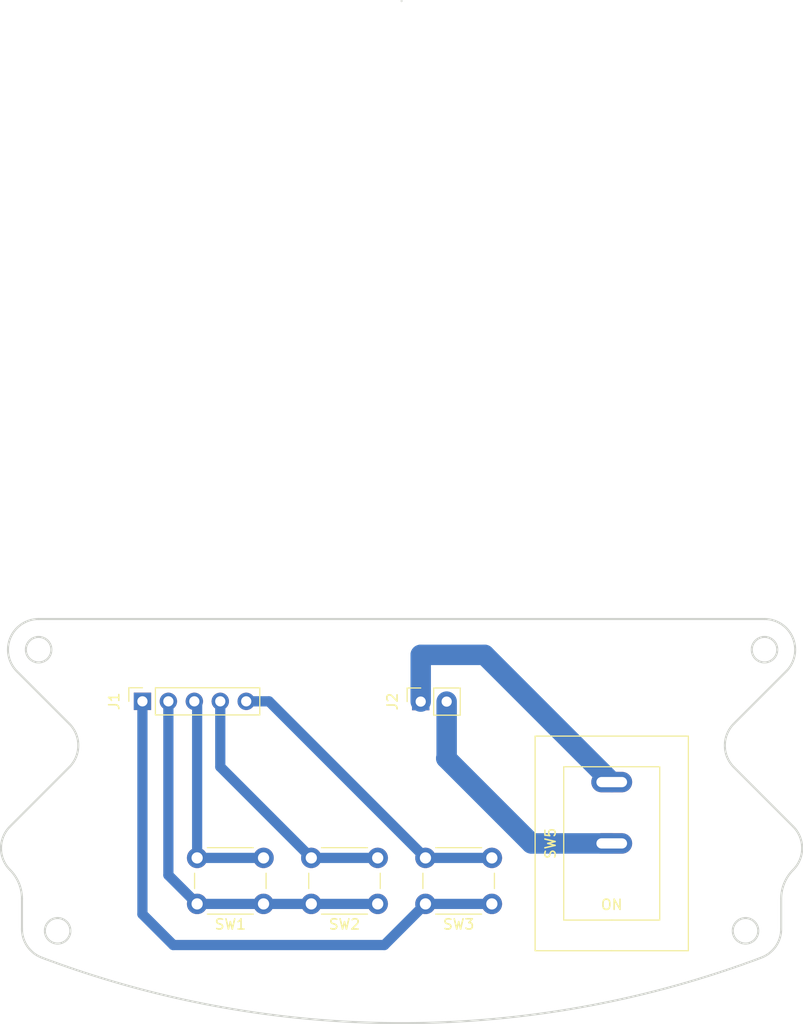
<source format=kicad_pcb>
(kicad_pcb (version 20211014) (generator pcbnew)
  (layers (0 "F.Cu" signal) (31 "B.Cu" signal) (34 "B.Paste" user) (35 "F.Paste" user) (36 "B.SilkS" user "B.Silkscreen") (37 "F.SilkS" user "F.Silkscreen") (38 "B.Mask" user) (39 "F.Mask" user) (44 "Edge.Cuts" user))
  (net 0 "")
  (net 1 "SW1")
  (net 2 "GND")
  (net 3 "SW2")
  (net 4 "SW3")
  (net 5 "+5V")
  (net 6 "+7.5V")
  (footprint "Button_Switch_THT:SW_PUSH_6mm" (layer "F.Cu") (at 163.27 75.927 180)
    (fp_text reference "SW3" (at 3.25 -2) (layer "F.SilkS"))
    (fp_text value "SW_Push")
    (fp_line (start 1 5.5) (end 5.5 5.5) (layer "F.SilkS") (width 0.12))
    (fp_line (start 6.75 3) (end 6.75 1.5) (layer "F.SilkS") (width 0.12))
    (fp_line (start 5.5 -1) (end 1 -1) (layer "F.SilkS") (width 0.12))
    (fp_line (start -0.25 1.5) (end -0.25 3) (layer "F.SilkS") (width 0.12))
    (pad "1" thru_hole circle (at 0 0 270) (size 2 2) (drill 1.1) (layers *.Cu *.Mask) (net 5 "+5V"))
    (pad "1" thru_hole circle (at 6.5 0 270) (size 2 2) (drill 1.1) (layers *.Cu *.Mask) (net 5 "+5V"))
    (pad "2" thru_hole circle (at 0 4.5 270) (size 2 2) (drill 1.1) (layers *.Cu *.Mask) (net 4 "SW3"))
    (pad "2" thru_hole circle (at 6.5 4.5 270) (size 2 2) (drill 1.1) (layers *.Cu *.Mask) (net 4 "SW3"))
  )
  (footprint "Button_Switch_THT:SW_PUSH_6mm" (layer "F.Cu") (at 152.094 75.927 180)
    (fp_text reference "SW2" (at 3.25 -2) (layer "F.SilkS"))
    (fp_text value "SW_Push")
    (fp_line (start 6.75 3) (end 6.75 1.5) (layer "F.SilkS") (width 0.12))
    (fp_line (start 1 5.5) (end 5.5 5.5) (layer "F.SilkS") (width 0.12))
    (fp_line (start 5.5 -1) (end 1 -1) (layer "F.SilkS") (width 0.12))
    (fp_line (start -0.25 1.5) (end -0.25 3) (layer "F.SilkS") (width 0.12))
    (pad "1" thru_hole circle (at 0 0 270) (size 2 2) (drill 1.1) (layers *.Cu *.Mask) (net 2 "GND"))
    (pad "1" thru_hole circle (at 6.5 0 270) (size 2 2) (drill 1.1) (layers *.Cu *.Mask) (net 2 "GND"))
    (pad "2" thru_hole circle (at 0 4.5 270) (size 2 2) (drill 1.1) (layers *.Cu *.Mask) (net 3 "SW2"))
    (pad "2" thru_hole circle (at 6.5 4.5 270) (size 2 2) (drill 1.1) (layers *.Cu *.Mask) (net 3 "SW2"))
  )
  (footprint "Connector_PinSocket_2.54mm:PinSocket_1x05_P2.54mm_Vertical" (layer "F.Cu") (at 129.062 56.109 90)
    (fp_text reference "J1" (at 0 -2.77 90) (layer "F.SilkS"))
    (fp_text value "Conn_01x05_Female")
    (fp_line (start -1.33 11.49) (end 1.33 11.49) (layer "F.SilkS") (width 0.12))
    (fp_line (start 1.33 -1.33) (end 1.33 0) (layer "F.SilkS") (width 0.12))
    (fp_line (start -1.33 1.27) (end 1.33 1.27) (layer "F.SilkS") (width 0.12))
    (fp_line (start -1.33 1.27) (end -1.33 11.49) (layer "F.SilkS") (width 0.12))
    (fp_line (start 0 -1.33) (end 1.33 -1.33) (layer "F.SilkS") (width 0.12))
    (fp_line (start 1.33 1.27) (end 1.33 11.49) (layer "F.SilkS") (width 0.12))
    (pad "1" thru_hole rect (at 0 0 90) (size 1.7 1.7) (drill 1) (layers *.Cu *.Mask) (net 5 "+5V"))
    (pad "2" thru_hole oval (at 0 2.54 90) (size 1.7 1.7) (drill 1) (layers *.Cu *.Mask) (net 2 "GND"))
    (pad "3" thru_hole oval (at 0 5.08 90) (size 1.7 1.7) (drill 1) (layers *.Cu *.Mask) (net 1 "SW1"))
    (pad "4" thru_hole oval (at 0 7.62 90) (size 1.7 1.7) (drill 1) (layers *.Cu *.Mask) (net 3 "SW2"))
    (pad "5" thru_hole oval (at 0 10.16 90) (size 1.7 1.7) (drill 1) (layers *.Cu *.Mask) (net 4 "SW3"))
  )
  (footprint "Button_Switch_THT:SW_PUSH_6mm" (layer "F.Cu") (at 140.918 75.927 180)
    (fp_text reference "SW1" (at 3.25 -2) (layer "F.SilkS"))
    (fp_text value "SW_Push")
    (fp_line (start 1 5.5) (end 5.5 5.5) (layer "F.SilkS") (width 0.12))
    (fp_line (start 6.75 3) (end 6.75 1.5) (layer "F.SilkS") (width 0.12))
    (fp_line (start 5.5 -1) (end 1 -1) (layer "F.SilkS") (width 0.12))
    (fp_line (start -0.25 1.5) (end -0.25 3) (layer "F.SilkS") (width 0.12))
    (pad "1" thru_hole circle (at 0 0 270) (size 2 2) (drill 1.1) (layers *.Cu *.Mask) (net 2 "GND"))
    (pad "1" thru_hole circle (at 6.5 0 270) (size 2 2) (drill 1.1) (layers *.Cu *.Mask) (net 2 "GND"))
    (pad "2" thru_hole circle (at 0 4.5 270) (size 2 2) (drill 1.1) (layers *.Cu *.Mask) (net 1 "SW1"))
    (pad "2" thru_hole circle (at 6.5 4.5 270) (size 2 2) (drill 1.1) (layers *.Cu *.Mask) (net 1 "SW1"))
  )
  (footprint "Connector_PinSocket_2.54mm:PinSocket_1x02_P2.54mm_Vertical" (layer "F.Cu") (at 156.306 56.134 90)
    (fp_text reference "J2" (at 0 -2.77 90) (layer "F.SilkS"))
    (fp_text value "Conn_01x02_Female")
    (fp_line (start -1.33 1.27) (end -1.33 3.87) (layer "F.SilkS") (width 0.12))
    (fp_line (start 1.33 -1.33) (end 1.33 0) (layer "F.SilkS") (width 0.12))
    (fp_line (start -1.33 3.87) (end 1.33 3.87) (layer "F.SilkS") (width 0.12))
    (fp_line (start -1.33 1.27) (end 1.33 1.27) (layer "F.SilkS") (width 0.12))
    (fp_line (start 0 -1.33) (end 1.33 -1.33) (layer "F.SilkS") (width 0.12))
    (fp_line (start 1.33 1.27) (end 1.33 3.87) (layer "F.SilkS") (width 0.12))
    (pad "1" thru_hole rect (at 0 0 90) (size 1.7 1.7) (drill 1) (layers *.Cu *.Mask) (net 2 "GND"))
    (pad "2" thru_hole oval (at 0 2.54 90) (size 1.7 1.7) (drill 1) (layers *.Cu *.Mask) (net 6 "+7.5V"))
  )
  (footprint "Lib:DS-850k" (layer "F.Cu") (at 175.006 70.0095 -90)
    (fp_text reference "SW5" (at 0 6 90) (layer "F.SilkS"))
    (fp_text value "SW_DIP_x01")
    (fp_text user "ON" (at 6 0) (layer "F.SilkS"))
    (fp_line (start 10.5 7.5) (end 10.5 0) (layer "F.SilkS") (width 0.12))
    (fp_line (start 7.5 0) (end 7.5 -4.7) (layer "F.SilkS") (width 0.12))
    (fp_line (start -7.5 -4.7) (end -7.5 4.7) (layer "F.SilkS") (width 0.12))
    (fp_line (start 7.5 -4.7) (end -7.5 -4.7) (layer "F.SilkS") (width 0.12))
    (fp_line (start 10.5 -7.5) (end -10.5 -7.5) (layer "F.SilkS") (width 0.12))
    (fp_line (start 7.5 4.7) (end 7.5 0) (layer "F.SilkS") (width 0.12))
    (fp_line (start -10.5 7.5) (end 10.5 7.5) (layer "F.SilkS") (width 0.12))
    (fp_line (start 10.5 0) (end 10.5 -7.5) (layer "F.SilkS") (width 0.12))
    (fp_line (start -10.5 -7.5) (end -10.5 7.5) (layer "F.SilkS") (width 0.12))
    (fp_line (start -7.5 4.7) (end 7.5 4.7) (layer "F.SilkS") (width 0.12))
    (pad "1" thru_hole oval locked (at 0 0) (size 4 2) (drill oval 3 1) (layers *.Cu *.Mask) (net 6 "+7.5V"))
    (pad "2" thru_hole oval locked (at -6 0) (size 4 2) (drill oval 3 1) (layers *.Cu *.Mask) (net 2 "GND"))
  )
  (gr_arc (start 186.958912 62.545344) (mid 186.080233 60.424024) (end 186.958912 58.302703) (layer "Edge.Cuts") (width 0.2))
  (gr_arc (start 116.096889 72.596184) (mid 115.218209 70.474864) (end 116.096889 68.353543) (layer "Edge.Cuts") (width 0.2))
  (gr_circle (center 154.432 -12.407975) (end 154.532 -12.407975) (layer "Edge.Cuts") (width 0.0001) (fill solid))
  (gr_arc (start 121.905088 58.302703) (mid 122.783768 60.424024) (end 121.905088 62.545344) (layer "Edge.Cuts") (width 0.2))
  (gr_arc (start 191.595538 75.424611) (mid 191.900027 73.893882) (end 192.767111 72.596184) (layer "Edge.Cuts") (width 0.2))
  (gr_arc (start 189.964116 48.054859) (mid 192.735755 49.906807) (end 192.085436 53.176179) (layer "Edge.Cuts") (width 0.2))
  (gr_line (start 191.595538 78.376675) (end 191.595538 75.424611) (layer "Edge.Cuts") (width 0.2))
  (gr_circle (center 189.964116 51.054859) (end 191.214116 51.054859) (layer "Edge.Cuts") (width 0.2) (fill none))
  (gr_arc (start 189.652142 81.184448) (mid 154.432 87.592025) (end 119.211858 81.184448) (layer "Edge.Cuts") (width 0.2))
  (gr_line (start 186.958912 58.302703) (end 192.085436 53.176179) (layer "Edge.Cuts") (width 0.2))
  (gr_line (start 121.905088 62.545344) (end 116.096889 68.353543) (layer "Edge.Cuts") (width 0.2))
  (gr_line (start 117.268462 75.424611) (end 117.268462 78.376675) (layer "Edge.Cuts") (width 0.2))
  (gr_arc (start 191.595538 78.376675) (mid 191.062321 80.084069) (end 189.652142 81.184448) (layer "Edge.Cuts") (width 0.2))
  (gr_arc (start 116.778564 53.176179) (mid 116.128246 49.906809) (end 118.899884 48.054859) (layer "Edge.Cuts") (width 0.2))
  (gr_line (start 189.964116 48.054859) (end 118.899884 48.054859) (layer "Edge.Cuts") (width 0.2))
  (gr_line (start 116.778564 53.176179) (end 121.905088 58.302703) (layer "Edge.Cuts") (width 0.2))
  (gr_circle (center 118.899884 51.054859) (end 120.149884 51.054859) (layer "Edge.Cuts") (width 0.2) (fill none))
  (gr_circle (center 188.103484 78.560323) (end 189.353484 78.560323) (layer "Edge.Cuts") (width 0.2) (fill none))
  (gr_line (start 192.767111 68.353543) (end 186.958912 62.545344) (layer "Edge.Cuts") (width 0.2))
  (gr_arc (start 192.767111 68.353543) (mid 193.645792 70.474864) (end 192.767111 72.596184) (layer "Edge.Cuts") (width 0.2))
  (gr_arc (start 119.211858 81.184448) (mid 117.801702 80.08404) (end 117.268462 78.376675) (layer "Edge.Cuts") (width 0.2))
  (gr_circle (center 120.760516 78.560323) (end 122.010516 78.560323) (layer "Edge.Cuts") (width 0.2) (fill none))
  (gr_arc (start 116.096889 72.596184) (mid 116.96398 73.893877) (end 117.268462 75.424611) (layer "Edge.Cuts") (width 0.2))
  (segment (start 134.418 56.385) (end 134.142 56.109) (width 1) (layer "B.Cu") (net 1))
  (segment (start 134.418 71.427) (end 140.918 71.427) (width 1) (layer "B.Cu") (net 1))
  (segment (start 134.418 71.427) (end 134.418 56.385) (width 1) (layer "B.Cu") (net 1))
  (segment (start 134.132 71.141) (end 134.418 71.427) (width 1) (layer "B.Cu") (net 1))
  (segment (start 134.418 75.927) (end 140.918 75.927) (width 1) (layer "B.Cu") (net 2))
  (segment (start 156.306 51.562) (end 156.306 56.134) (width 2) (layer "B.Cu") (net 2))
  (segment (start 156.306 51.562) (end 162.5585 51.562) (width 2) (layer "B.Cu") (net 2))
  (segment (start 134.418 75.927) (end 131.602 73.111) (width 1) (layer "B.Cu") (net 2))
  (segment (start 131.602 73.111) (end 131.602 56.109) (width 1) (layer "B.Cu") (net 2))
  (segment (start 140.918 75.927) (end 145.594 75.927) (width 1) (layer "B.Cu") (net 2))
  (segment (start 162.5585 51.562) (end 175.006 64.0095) (width 2) (layer "B.Cu") (net 2))
  (segment (start 145.594 75.927) (end 152.094 75.927) (width 1) (layer "B.Cu") (net 2))
  (segment (start 136.682 56.109) (end 136.682 62.515) (width 1) (layer "B.Cu") (net 3))
  (segment (start 152.094 71.427) (end 145.594 71.427) (width 1) (layer "B.Cu") (net 3))
  (segment (start 136.682 62.515) (end 145.594 71.427) (width 1) (layer "B.Cu") (net 3))
  (segment (start 163.27 71.427) (end 156.77 71.427) (width 1) (layer "B.Cu") (net 4))
  (segment (start 141.452 56.109) (end 156.77 71.427) (width 1) (layer "B.Cu") (net 4))
  (segment (start 139.222 56.109) (end 141.452 56.109) (width 1) (layer "B.Cu") (net 4))
  (segment (start 132.08 79.95) (end 152.747 79.95) (width 1) (layer "B.Cu") (net 5))
  (segment (start 156.77 75.927) (end 163.27 75.927) (width 1) (layer "B.Cu") (net 5))
  (segment (start 129.062 76.932) (end 132.08 79.95) (width 1) (layer "B.Cu") (net 5))
  (segment (start 129.062 56.109) (end 129.062 76.932) (width 1) (layer "B.Cu") (net 5))
  (segment (start 152.747 79.95) (end 156.77 75.927) (width 1) (layer "B.Cu") (net 5))
  (segment (start 167.1335 70.0095) (end 175.006 70.0095) (width 2) (layer "B.Cu") (net 6))
  (segment (start 158.806 61.682) (end 167.1335 70.0095) (width 2) (layer "B.Cu") (net 6))
  (segment (start 158.806 61.682) (end 158.846 61.642) (width 2) (layer "B.Cu") (net 6))
  (segment (start 158.846 61.642) (end 158.846 56.134) (width 2) (layer "B.Cu") (net 6))
)
</source>
